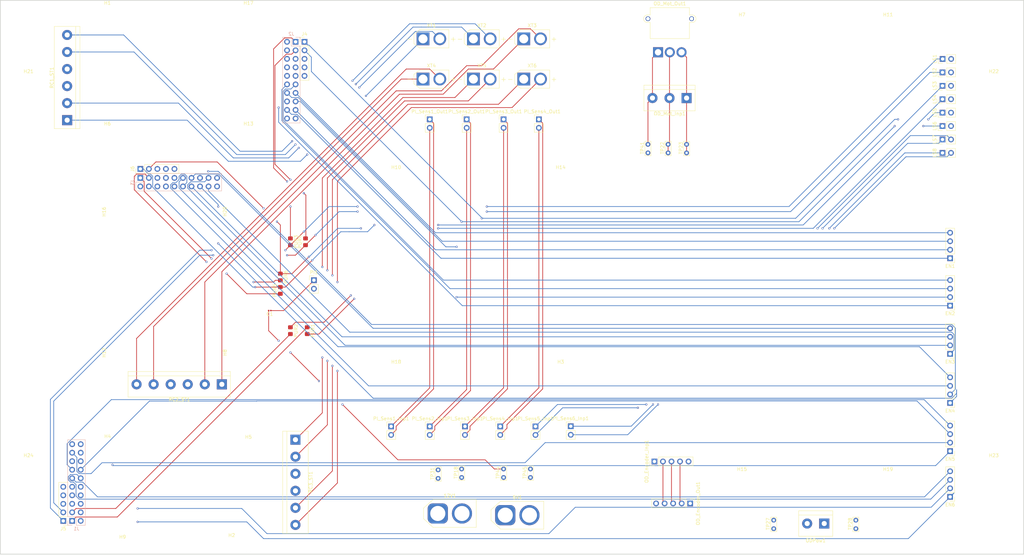
<source format=kicad_pcb>
(kicad_pcb (version 20240108) (generator "pcbnew") (generator_version "8.0")
  (layers (0 "F.Cu" signal) (1 "In1.Cu" signal) (2 "In2.Cu" signal) (3 "In3.Cu" signal) (4 "In4.Cu" signal) (31 "B.Cu" signal) (34 "B.Paste" user) (35 "F.Paste" user) (36 "B.SilkS" user "B.Silkscreen") (37 "F.SilkS" user "F.Silkscreen") (38 "B.Mask" user) (39 "F.Mask" user) (44 "Edge.Cuts" user))
  (net 0 "")
  (net 1 "GND")
  (net 2 "/LS4")
  (net 3 "/LS3")
  (net 4 "/LS7a")
  (net 5 "/LS7b")
  (net 6 "/B")
  (net 7 "/A")
  (net 8 "/C")
  (net 9 "/Sens4_2")
  (net 10 "/Sens4_1")
  (net 11 "/XT301+")
  (net 12 "/XT301-")
  (net 13 "/XT302+")
  (net 14 "/XT302-")
  (net 15 "/XT303+")
  (net 16 "/XT303-")
  (net 17 "/XT304+")
  (net 18 "/XT304-")
  (net 19 "/EN_B")
  (net 20 "/EN_A")
  (net 21 "+12V")
  (net 22 "+5V")
  (net 23 "/LS8a")
  (net 24 "/LS8b")
  (net 25 "/EN_C")
  (net 26 "/EN1+")
  (net 27 "/EN1-")
  (net 28 "/EN1b")
  (net 29 "/EN1a")
  (net 30 "/EN2-")
  (net 31 "/EN2a")
  (net 32 "/EN2b")
  (net 33 "/EN2+")
  (net 34 "/EN3+")
  (net 35 "/EN3b")
  (net 36 "/EN3-")
  (net 37 "/EN3a")
  (net 38 "/EN4+")
  (net 39 "/EN4a")
  (net 40 "/EN4-")
  (net 41 "/EN4b")
  (net 42 "/EN5b")
  (net 43 "/EN5-")
  (net 44 "/EN5a")
  (net 45 "/EN5+")
  (net 46 "/EN6a")
  (net 47 "/EN6-")
  (net 48 "/EN6b")
  (net 49 "/EN6+")
  (net 53 "Net-(J1-Pin_1)")
  (net 57 "Net-(J1-Pin_3)")
  (net 61 "Net-(J2-Pin_1)")
  (net 68 "Net-(J2-Pin_3)")
  (net 75 "Net-(J3-Pin_1)")
  (net 79 "Net-(J3-Pin_3)")
  (net 81 "/LS5")
  (net 84 "/LS6")
  (net 85 "/LS1")
  (net 86 "/LS2")
  (net 93 "/Sens1_1")
  (net 94 "/Sens1_2")
  (net 95 "/Sens2_1")
  (net 96 "/Sens2_2")
  (net 97 "/Sens3_2")
  (net 98 "/Sens3_1")
  (net 99 "/XT306+")
  (net 100 "/XT305+")
  (net 101 "/XT306-")
  (net 102 "/XT305-")
  (net 103 "Net-(PI1-Pin_1)")
  (footprint "Resistor_SMD:R_0805_2012Metric_Pad1.20x1.40mm_HandSolder" (layer "F.Cu") (at 240 168.5 90)
    (property "Reference" "PUR4")
    (property "Value" "R_US")
  )
  (footprint "MountingHole:MountingHole_3.2mm_M3" (layer "F.Cu") (at 184 201.5 90)
    (property "Reference" "H12")
    (property "Value" "MountingHole")
  )
  (footprint "MountingHole:MountingHole_3.2mm_M3" (layer "F.Cu") (at 413.5 105)
    (property "Reference" "H11")
    (property "Value" "MountingHole")
  )
  (footprint "Connector_PinHeader_2.54mm:PinHeader_1x05_P2.54mm_Vertical" (layer "F.Cu") (at 343.925 234 90)
    (property "Reference" "OD_Encoder_Inp1")
    (property "Value" "Conn_01x04")
  )
  (footprint "Connector_PinHeader_2.54mm:PinHeader_1x02_P2.54mm_Vertical" (layer "F.Cu") (at 429.725 130 90)
    (property "Reference" "LS5")
    (property "Value" "Conn_02x01")
  )
  (footprint "Connector_PinHeader_2.54mm:PinHeader_1x02_P2.54mm_Vertical" (layer "F.Cu") (at 429.725 134 90)
    (property "Reference" "LS6")
    (property "Value" "Conn_02x01")
  )
  (footprint "MountingHole:MountingHole_4.3mm_M4" (layer "F.Cu") (at 157.5 123)
    (property "Reference" "H21")
    (property "Value" "MountingHole")
  )
  (footprint "Connector_AMASS:AMASS_XT30U-M_1x02_P5.0mm_Vertical" (layer "F.Cu") (at 275 108)
    (property "Reference" "XT1")
    (property "Value" "Conn_01x02_Male")
  )
  (footprint "Resistor_SMD:R_0805_2012Metric_Pad1.20x1.40mm_HandSolder" (layer "F.Cu") (at 235.5 195 -90)
    (property "Reference" "PUR2")
    (property "Value" "R_US")
  )
  (footprint "Connector_PinHeader_2.54mm:PinHeader_1x02_P2.54mm_Vertical" (layer "F.Cu") (at 429.725 118 90)
    (property "Reference" "LS2")
    (property "Value" "Conn_02x01")
  )
  (footprint "MountingHole:MountingHole_3.2mm_M3" (layer "F.Cu") (at 370 105)
    (property "Reference" "H7")
    (property "Value" "MountingHole")
  )
  (footprint "Connector_AMASS:AMASS_XT30U-M_1x02_P5.0mm_Vertical" (layer "F.Cu") (at 305 120)
    (property "Reference" "XT6")
    (property "Value" "Conn_01x02_Male")
  )
  (footprint "Connector_PinHeader_2.54mm:PinHeader_1x02_P2.54mm_Vertical" (layer "F.Cu") (at 288 132)
    (property "Reference" "PI_Sens2_Out1")
    (property "Value" "Conn_01x02")
  )
  (footprint "MountingHole:MountingHole_3.2mm_M3" (layer "F.Cu") (at 223 222.5 180)
    (property "Reference" "H5")
    (property "Value" "MountingHole")
  )
  (footprint "Resistor_SMD:R_0805_2012Metric_Pad1.20x1.40mm_HandSolder" (layer "F.Cu") (at 240.5 195 -90)
    (property "Reference" "PUR1")
    (property "Value" "R_US")
  )
  (footprint "Connector_PinHeader_2.54mm:PinHeader_1x04_P2.54mm_Vertical" (layer "F.Cu") (at 432 187.54 180)
    (property "Reference" "EN2")
    (property "Value" "Conn_01x04")
  )
  (footprint "Connector_PinHeader_2.54mm:PinHeader_1x02_P2.54mm_Vertical" (layer "F.Cu") (at 319 223.5)
    (property "Reference" "PI_Sens6_Inp1")
    (property "Value" "Conn_01x02")
  )
  (footprint "TestPoint:TestPoint_Bridge_Pitch2.54mm_Drill0.7mm" (layer "F.Cu") (at 342 139.46 -90)
    (property "Reference" "TP41")
    (property "Value" "TestPoint_Probe")
  )
  (footprint "TestPoint:TestPoint_Bridge_Pitch2.54mm_Drill0.7mm" (layer "F.Cu") (at 353.5 139.46 -90)
    (property "Reference" "TP23")
    (property "Value" "TestPoint_Probe")
  )
  (footprint "Connector_PinHeader_2.54mm:PinHeader_1x04_P2.54mm_Vertical" (layer "F.Cu") (at 432 173.42 180)
    (property "Reference" "EN1")
    (property "Value" "Conn_01x04")
  )
  (footprint "MountingHole:MountingHole_3.2mm_M3" (layer "F.Cu") (at 267 150.5)
    (property "Reference" "H10")
    (property "Value" "MountingHole")
  )
  (footprint "Connector_AMASS:AMASS_XT30U-M_1x02_P5.0mm_Vertical" (layer "F.Cu") (at 290 120)
    (property "Reference" "XT5")
    (property "Value" "Conn_01x02_Male")
  )
  (footprint "TestPoint:TestPoint_Bridge_Pitch2.54mm_Drill0.7mm" (layer "F.Cu") (at 348 139.46 -90)
    (property "Reference" "TP22")
    (property "Value" "TestPoint_Probe")
  )
  (footprint "Connector_AMASS:AMASS_XT30U-M_1x02_P5.0mm_Vertical" (layer "F.Cu") (at 305 108)
    (property "Reference" "XT3")
    (property "Value" "Conn_01x02_Male")
  )
  (footprint "Connector_PinHeader_2.54mm:PinHeader_1x02_P2.54mm_Vertical" (layer "F.Cu") (at 287.5 223.54)
    (property "Reference" "PI_Sens3_Inp1")
    (property "Value" "Conn_01x02")
  )
  (footprint "MountingHole:MountingHole_3.2mm_M3" (layer "F.Cu") (at 223 101.5)
    (property "Reference" "H17")
    (property "Value" "MountingHole")
  )
  (footprint "Connector_PinHeader_2.54mm:PinHeader_1x02_P2.54mm_Vertical" (layer "F.Cu") (at 298 223.54)
    (property "Reference" "PI_Sens4_Inp1")
    (property "Value" "Conn_01x02")
  )
  (footprint "Resistor_SMD:R_0805_2012Metric_Pad1.20x1.40mm_HandSolder" (layer "F.Cu") (at 232.5 179 -90)
    (property "Reference" "PUR6")
    (property "Value" "R_US")
  )
  (footprint "Connector_PinHeader_2.54mm:PinHeader_1x02_P2.54mm_Vertical" (layer "F.Cu") (at 429.765 114 90)
    (property "Reference" "LS1")
    (property "Value" "Conn_02x01")
  )
  (footprint "Connector_PinHeader_2.54mm:PinHeader_1x02_P2.54mm_Vertical" (layer "F.Cu") (at 429.725 138 90)
    (property "Reference" "LS7")
    (property "Value" "Conn_02x01")
  )
  (footprint "Connector_PinHeader_2.54mm:PinHeader_1x02_P2.54mm_Vertical" (layer "F.Cu") (at 429.725 122 90)
    (property "Reference" "LS3")
    (property "Value" "Conn_02x01")
  )
  (footprint "TerminalBlock:TerminalBlock_bornier-6_P5.08mm" (layer "F.Cu") (at 169 132.24 90)
    (property "Reference" "RC1_ST1")
    (property "Value" "Screw_Terminal_01x06")
  )
  (footprint "TestPoint:TestPoint_Bridge_Pitch2.54mm_Drill0.7mm" (layer "F.Cu") (at 403.92 251.5 -90)
    (property "Reference" "TP28")
    (property "Value" "TestPoint_Probe")
  )
  (footprint "Connector_PinHeader_2.54mm:PinHeader_1x02_P2.54mm_Vertical" (layer "F.Cu") (at 265.5 223.54)
    (property "Reference" "PI_Sens1_Inp1")
    (property "Value" "Conn_01x02")
  )
  (footprint "Connector_PinHeader_2.54mm:PinHeader_1x05_P2.54mm_Vertical" (layer "F.Cu") (at 239.7 108.88)
    (property "Reference" "J4")
    (property "Value" "Conn_01x05")
  )
  (footprint "Resistor_SMD:R_0805_2012Metric_Pad1.20x1.40mm_HandSolder" (layer "F.Cu") (at 232.5 183 90)
    (property "Reference" "PUR5")
    (property "Value" "R_US")
  )
  (footprint "MountingHole:MountingHole_4.3mm_M4" (layer "F.Cu") (at 445 123)
    (property "Reference" "H22")
    (property "Value" "MountingHole")
  )
  (footprint "Connector_PinHeader_2.54mm:PinHeader_1x04_P2.54mm_Vertical" (layer "F.Cu") (at 432 216.54 180)
    (property "Reference" "EN4")
    (property "Value" "Conn_01x04")
  )
  (footprint "MountingHole:MountingHole_3.2mm_M3" (layer "F.Cu") (at 181 258.5 180)
    (property "Reference" "H9")
    (property "Value" "MountingHole")
  )
  (footprint "MountingHole:MountingHole_3.2mm_M3" (layer "F.Cu") (at 181 137.5)
    (property "Reference" "H6")
    (property "Value" "MountingHole")
  )
  (footprint "Connector_PinHeader_2.54mm:PinHeader_1x02_P2.54mm_Vertical" (layer "F.Cu") (at 242.5 179.96)
    (property "Reference" "PI1")
    (property "Value" "Conn_01x02")
  )
  (footprint "TestPoint:TestPoint_Bridge_Pitch2.54mm_Drill0.7mm" (layer "F.Cu") (at 286.5 236.23 -90)
    (property "Reference" "TP18")
    (property "Value" "TestPoint_Probe")
  )
  (footprint "Connector_PinHeader_2.54mm:PinHeader_1x05_P2.54mm_Vertical" (layer "F.Cu") (at 190.8 146.78 90)
    (property "Reference" "J6")
    (property "Value" "Conn_01x05")
  )
  (footprint "MountingHole:MountingHole_3.2mm_M3" (layer "F.Cu") (at 223 137.5)
    (property "Reference" "H13")
    (property "Value" "MountingHole")
  )
  (footprint "Connector_PinHeader_2.54mm:PinHeader_1x02_P2.54mm_Vertical" (layer "F.Cu") (at 277 223.54)
    (property "Reference" "PI_Sens2_Inp1")
    (property "Value" "Conn_01x02")
  )
  (footprint "TestPoint:TestPoint_Bridge_Pitch2.54mm_Drill0.7mm" (layer "F.Cu") (at 307 236.23 -90)
    (property "Reference" "TP45")
    (property "Value" "TestPoint_Probe")
  )
  (footprint "Capacitor_SMD:C_0201_0603Metric" (layer "F.Cu") (at 229.345 189 180)
    (property "Reference" "C1")
    (property "Value" "C")
  )
  (footprint "Connector_PinHeader_2.54mm:PinHeader_1x02_P2.54mm_Vertical" (layer "F.Cu") (at 308.5 223.54)
    (property "Reference" "PI_Sens5_Inp1")
    (property "Value" "Conn_01x02")
  )
  (footprint "TestPoint:TestPoint_Bridge_Pitch2.54mm_Drill0.7mm" (layer "F.Cu") (at 299 236.23 -90)
    (property "Reference" "TP44")
    (property "Value" "TestPoint_Probe")
  )
  (footprint "MountingHole:MountingHole_3.2mm_M3" (layer "F.Cu") (at 267 208.5)
    (property "Reference" "H18")
    (property "Value" "MountingHole")
  )
  (footprint "TerminalBlock:TerminalBlock_bornier-3_P5.08mm" (layer "F.Cu") (at 353.5 125.65 180)
    (property "Reference" "OD_Mot_Inp1")
    (property "Value" "Screw_Terminal_01x03")
  )
  (footprint "Connector_PinHeader_2.54mm:PinHeader_1x02_P2.54mm_Vertical" (layer "F.Cu") (at 277 132)
    (property "Reference" "PI_Sens1_Out1")
    (property "Value" "Conn_01x02")
  )
  (footprint "MountingHole:MountingHole_3.2mm_M3" (layer "F.Cu") (at 316 208.5)
    (property "Reference" "H3")
    (property "Value" "MountingHole")
  )
  (footprint "MountingHole:MountingHole_3.2mm_M3" (layer "F.Cu") (at 181 222.5 180)
    (property "Reference" "H4")
    (property "Value" "MountingHole")
  )
  (footprint "Connector_AMASS:AMASS_XT60-M_1x02_P7.20mm_Vertical" (layer "F.Cu") (at 279.4 249.5)
    (property "Reference" "12V1")
    (property "Value" "Conn_01x02_Male")
  )
  (footprint "TestPoint:TestPoint_Bridge_Pitch2.54mm_Drill0.7mm" (layer "F.Cu") (at 379.46 251.5 -90)
    (property "Reference" "TP27")
    (property "Value" "TestPoint_Probe")
  )
  (footprint "TerminalBlock:TerminalBlock_bornier-6_P5.08mm" (layer "F.Cu") (at 237 227.5 -90)
    (property "Reference" "RC3_ST1")
    (property "Value" "Screw_Terminal_01x06")
  )
  (footprint "Connector_PinHeader_2.54mm:PinHeader_1x04_P2.54mm_Vertical" (layer "F.Cu") (at 432 244.54 180)
    (property "Reference" "EN6")
    (property "Value" "Conn_01x04")
  )
  (footprint "MountingHole:MountingHole_4.3mm_M4" (layer "F.Cu") (at 157.5 237.5)
    (property "Reference" "H24")
    (property "Value" "MountingHole")
  )
  (footprint "TestPoint:TestPoint_Bridge_Pitch2.54mm_Drill0.7mm" (layer "F.Cu") (at 279.5 236.5 -90)
    (property "Reference" "TP31")
    (property "Value" "TestPoint_Probe")
  )
  (footprint "Connector_PinHeader_2.54mm:PinHeader_1x04_P2.54mm_Vertical" (layer "F.Cu") (at 432 230.92 180)
    (property "Reference" "EN5")
    (property "Value" "Conn_01x04")
  )
  (footprint "Connector_PinHeader_2.54mm:PinHeader_1x02_P2.54mm_Vertical" (layer "F.Cu") (at 299 132)
    (property "Reference" "PI_Sens3_Out1")
    (property "Value" "Conn_01x02")
  )
  (footprint "MountingHole:MountingHole_3.2mm_M3" (layer "F.Cu") (at 220 201.5 90)
    (property "Reference" "H8")
    (property "Value" "MountingHole")
  )
  (footprint "MountingHole:MountingHole_3.2mm_M3" (layer "F.Cu") (at 370 240.5)
    (property "Reference" "H15")
    (property "Value" "MountingHole")
  )
  (footprint "MountingHole:MountingHole_3.2mm_M3" (layer "F.Cu") (at 413.5 240.5)
    (property "Reference" "H19")
    (property "Value" "MountingHole")
  )
  (footprint "MountingHole:MountingHole_3.2mm_M3" (layer "F.Cu") (at 184 159.5 90)
    (property "Reference" "H16")
    (property "Value" "MountingHole")
  )
  (footprint "Connector_PinHeader_2.54mm:PinHeader_1x02_P2.54mm_Vertical" (layer "F.Cu") (at 309.5 132)
    (property "Reference" "PI_Sens4_Out1")
    (property "Value" "Conn_01x02")
  )
  (footprint "Connector_AMASS:AMASS_XT30U-M_1x02_P5.0mm_Vertical" (layer "F.Cu") (at 290 108)
    (property "Reference" "XT2")
    (property "Value" "Conn_01x02_Male")
  )
  (footprint "MountingHole:MountingHole_3.2mm_M3" (layer "F.Cu") (at 220 159.5 90)
    (property "Reference" "H20")
    (property "Value" "MountingHole")
  )
  (footprint "Connector_AMASS:AMASS_XT30U-M_1x02_P5.0mm_Vertical" (layer "F.Cu") (at 275 120)
    (property "Reference" "XT4")
    (property "Value" "Conn_01x02_Male")
  )
  (footprint "Connector_PinHeader_2.54mm:PinHeader_1x02_P2.54mm_Vertical" (layer "F.Cu") (at 429.725 142 90)
    (property "Reference" "LS8")
    (property "Value" "Conn_02x01")
  )
  (footprint "Connector_AMASS:AMASS_XT60-M_1x02_P7.20mm_Vertical" (layer "F.Cu") (at 299.5 250)
    (property "Reference" "5V1")
    (property "Value" "Conn_01x02_Male")
  )
  (footprint "MountingHole:MountingHole_3.2mm_M3" (layer "F.Cu") (at 223 258.5 180)
    (property "Reference" "H2")
    (property "Value" "MountingHole")
  )
  (footprint "TerminalBlock:TerminalBlock_bornier-6_P5.08mm" (layer "F.Cu") (at 215.08 211 180)
    (property "Reference" "RC2_ST1")
    (property "Value" "Screw_Terminal_01x06")
  )
  (footprint "MountingHole:MountingHole_3.2mm_M3" (layer "F.Cu") (at 316 150.5)
    (property "Reference" "H14")
    (property "Value" "MountingHole")
  )
  (footprint "MountingHole:MountingHole_4.3mm_M4" (layer "F.Cu") (at 445 237.5)
    (property "Reference" "H23")
    (property "Value" "MountingHole")
  )
  (footprint "MountingHole:MountingHole_3.2mm_M3" (layer "F.Cu") (at 181 101.5)
    (property "Reference" "H1")
    (property "Value" "MountingHole")
  )
  (footprint "Connector_PinHeader_2.54mm:PinHeader_1x05_P2.54mm_Vertical" (layer "F.Cu") (at 167.85 251.71 180)
    (property "Reference" "J5")
    (property "Value" "Conn_01x05")
  )
  (footprint "Connector_PinHeader_2.54mm:PinHeader_1x04_P2.54mm_Vertical" (layer "F.Cu") (at 432 201.92 180)
    (property "Reference" "EN3")
    (property "Value" "Conn_01x04")
  )
  (footprint "Connector_PinHeader_2.54mm:PinHeader_1x05_P2.54mm_Vertical" (layer "F.Cu") (at 354.58 246.5 -90)
    (property "Reference" "OD_Encoder_Out1")
    (property "Value" "Conn_01x04")
  )
  (footprint "Connector_PinHeader_2.54mm:PinHeader_1x02_P2.54mm_Vertical" (layer "F.Cu") (at 429.725 126 90)
    (property "Reference" "LS4")
    (property "Value" "Conn_02x01")
  )
  (footprint "TerminalBlock:TerminalBlock_bornier-2_P5.08mm" (layer "F.Cu") (at 394.5 252.5 180)
    (property "Reference" "ODPow1")
    (property "Value" "Screw_Terminal_01x02")
  )
  (footprint "Connector_AMASS:AMASS_MR30PW-M_1x03_P3.50mm_Horizontal" (layer "F.Cu") (at 345 112)
    (property "Reference" "OD_Mot_Out1")
    (property "Value" "Conn_01x03")
  )
  (footprint "Resistor_SMD:R_0805_2012Metric_Pad1.20x1.40mm_HandSolder" (layer "F.Cu") (at 235.5 168.5 -90)
    (property "Reference" "PUR3")
    (property "Value" "R_US")
  )
  (footprint "Connector_PinHeader_2.54mm:PinHeader_2x10_P2.54mm_Vertical" (layer "B.Cu") (at 190.8 149.46 -90)
    (property "Reference" "J3")
    (property "Value" "Conn_02x10_Top_Bottom")
  )
  (footprint "Connector_PinHeader_2.54mm:PinHeader_2x10_P2.54mm_Vertical" (layer "B.Cu") (at 237.04 108.88 180)
    (property "Reference" "J2")
    (property "Value" "Conn_02x10_Top_Bottom")
  )
  (footprint "Connector_PinHeader_2.54mm:PinHeader_2x10_P2.54mm_Vertical" (layer "B.Cu") (at 170.5 251.7)
    (property "Reference" "J1")
    (property "Value" "Conn_02x10_Top_Bottom")
  )
  (gr_rect (start 149.11 96.52) (end 453.91 261.62) (stroke (width 0.2)) (fill none) (layer "Edge.Cuts"))
  (segment (start 227.5 158.5) (end 213.7 144.7) (width 0.2) (layer "F.Cu") (net 2))
  (segment (start 241 173) (end 236 178) (width 0.2) (layer "F.Cu") (net 2))
  (segment (start 232.5 163.5) (end 232.5 178) (width 0.2) (layer "F.Cu") (net 2))
  (segment (start 195.42 144.7) (end 193.34 146.78) (width 0.2) (layer "F.Cu") (net 2))
  (segment (start 236 178) (end 232.5 178) (width 0.2) (layer "F.Cu") (net 2))
  (segment (start 231.5 162.5) (end 232.5 163.5) (width 0.2) (layer "F.Cu") (net 2))
  (segment (start 213.7 144.7) (end 195.42 144.7) (width 0.2) (layer "F.Cu") (net 2))
  (via (at 256.5 164.5) (size 0.6) (drill 0.3) (layers "F.Cu" "B.Cu") (net 2))
  (via (at 231.5 162.5) (size 0.6) (drill 0.3) (layers "F.Cu" "B.Cu") (net 2))
  (via (at 241 173) (size 0.6) (drill 0.3) (layers "F.Cu" "B.Cu") (net 2))
  (via (at 279.5 164.5) (size 0.6) (drill 0.3) (layers "F.Cu" "B.Cu") (net 2))
  (via (at 227.5 158.5) (size 0.6) (drill 0.3) (layers "F.Cu" "B.Cu") (net 2))
  (segment (start 241.065686 173) (end 241 173) (width 0.2) (layer "B.Cu") (net 2))
  (segment (start 429.725 126) (end 391.225 164.5) (width 0.2) (layer "B.Cu") (net 2))
  (segment (start 241 173.065686) (end 241.065686 173) (width 0.2) (layer "B.Cu") (net 2))
  (segment (start 256.5 164.5) (end 249.565686 164.5) (width 0.2) (layer "B.Cu") (net 2))
  (segment (start 241 173) (end 241 173.065686) (width 0.2) (layer "B.Cu") (net 2))
  (segment (start 391.225 164.5) (end 279.5 164.5) (width 0.2) (layer "B.Cu") (net 2))
  (segment (start 249.565686 164.5) (end 241.065686 173) (width 0.2) (layer "B.Cu") (net 2))
  (segment (start 242 174) (end 234 182) (width 0.2) (layer "F.Cu") (net 3))
  (segment (start 225 182) (end 232.5 182) (width 0.2) (layer "F.Cu") (net 3))
  (segment (start 234 182) (end 232.5 182) (width 0.2) (layer "F.Cu") (net 3))
  (via (at 260.5 163.5) (size 0.6) (drill 0.3) (layers "F.Cu" "B.Cu") (net 3))
  (via (at 279.5 163.5) (size 0.6) (drill 0.3) (layers "F.Cu" "B.Cu") (net 3))
  (via (at 225 182) (size 0.6) (drill 0.3) (layers "F.Cu" "B.Cu") (net 3))
  (via (at 242 174) (size 0.6) (drill 0.3) (layers "F.Cu" "B.Cu") (net 3))
  (segment (start 191.71 146.78) (end 190.8 146.78) (width 0.2) (layer "B.Cu") (net 3))
  (segment (start 225 182) (end 224.253654 182) (width 0.2) (layer "B.Cu") (net 3))
  (segment (start 258.5 165.5) (end 253 165.5) (width 0.2) (layer "B.Cu") (net 3))
  (segment (start 224.253654 182) (end 194.49 152.236346) (width 0.2) (layer "B.Cu") (net 3))
  (segment (start 194.49 148.983654) (end 193.816346 148.31) (width 0.2) (layer "B.Cu") (net 3))
  (segment (start 193.24 148.31) (end 191.71 146.78) (width 0.2) (layer "B.Cu") (net 3))
  (segment (start 253 165.5) (end 250.5 165.5) (width 0.2) (layer "B.Cu") (net 3))
  (segment (start 388.225 163.5) (end 279.5 163.5) (width 0.2) (layer "B.Cu") (net 3))
  (segment (start 194.49 152.236346) (end 194.49 148.983654) (width 0.2) (layer "B.Cu") (net 3))
  (segment (start 193.816346 148.31) (end 193.24 148.31) (width 0.2) (layer "B.Cu") (net 3))
  (segment (start 250.5 165.5) (end 242 174) (width 0.2) (layer "B.Cu") (net 3))
  (segment (start 429.725 122) (end 388.225 163.5) (width 0.2) (layer "B.Cu") (net 3))
  (segment (start 260.5 163.5) (end 258.5 165.5) (width 0.2) (layer "B.Cu") (net 3))
  (via (at 394 164.5) (size 0.6) (drill 0.3) (layers "F.Cu" "B.Cu") (net 4))
  (via (at 341.5 217) (size 0.6) (drill 0.3) (layers "F.Cu" "B.Cu") (net 4))
  (segment (start 419.35 139.15) (end 394 164.5) (width 0.2) (layer "B.Cu") (net 4))
  (segment (start 341.5 217) (end 315.04 217) (width 0.2) (layer "B.Cu") (net 4))
  (segment (start 429.725 138) (end 428.575 139.15) (width 0.2) (layer "B.Cu") (net 4))
  (segment (start 315.04 217) (end 308.5 223.54) (width 0.2) (layer "B.Cu") (net 4))
  (segment (start 428.575 139.15) (end 419.35 139.15) (width 0.2) (layer "B.Cu") (net 4))
  (segment (start 432.265 138) (end 432.5 138) (width 0.2) (layer "F.Cu") (net 5))
  (via (at 339 218) (size 0.6) (drill 0.3) (layers "F.Cu" "B.Cu") (net 5))
  (via (at 392.5 164.5) (size 0.6) (drill 0.3) (layers "F.Cu" "B.Cu") (net 5))
  (segment (start 431.115 136.85) (end 420.15 136.85) (width 0.2) (layer "B.Cu") (net 5))
  (segment (start 339 218) (end 316.58 218) (width 0.2) (layer "B.Cu") (net 5))
  (segment (start 316.58 218) (end 308.5 226.08) (width 0.2) (layer "B.Cu") (net 5))
  (segment (start 432.265 138) (end 431.115 136.85) (width 0.2) (layer "B.Cu") (net 5))
  (segment (start 420.15 136.85) (end 392.5 164.5) (width 0.2) (layer "B.Cu") (net 5))
  (segment (start 348 139.46) (end 348 142) (width 0.2) (layer "F.Cu") (net 6))
  (segment (start 348.42 112.58) (end 348.42 125.65) (width 0.2) (layer "F.Cu") (net 6))
  (segment (start 348.42 139.04) (end 348 139.46) (width 0.2) (layer "F.Cu") (net 6))
  (segment (start 348.5 112) (end 348.5 112.5) (width 0.2) (layer "F.Cu") (net 6))
  (segment (start 348.42 125.65) (end 348.42 139.04) (width 0.2) (layer "F.Cu") (net 6))
  (segment (start 348.5 112.5) (end 348.42 112.58) (width 0.2) (layer "F.Cu") (net 6))
  (segment (start 343.34 125.65) (end 343.34 113.66) (width 0.2) (layer "F.Cu") (net 7))
  (segment (start 343.34 113.66) (end 345 112) (width 0.2) (layer "F.Cu") (net 7))
  (segment (start 342 126.99) (end 343.34 125.65) (width 0.2) (layer "F.Cu") (net 7))
  (segment (start 342 139.46) (end 342 126.99) (width 0.2) (layer "F.Cu") (net 7))
  (segment (start 353.5 125.65) (end 353.5 113.5) (width 0.2) (layer "F.Cu") (net 8))
  (segment (start 353.5 113.5) (end 352 112) (width 0.2) (layer "F.Cu") (net 8))
  (segment (start 353.5 139.46) (end 353.5 142) (width 0.2) (layer "F.Cu") (net 8))
  (segment (start 353.5 125.65) (end 353.5 139.46) (width 0.2) (layer "F.Cu") (net 8))
  (segment (start 309.5 134.54) (end 309.5 212.04) (width 0.2) (layer "F.Cu") (net 9))
  (segment (start 309.5 212.04) (end 298 223.54) (width 0.2) (layer "F.Cu") (net 9))
  (segment (start 300 224.08) (end 298 226.08) (width 0.2) (layer "F.Cu") (net 10))
  (segment (start 310.65 212.35) (end 300 223) (width 0.2) (layer "F.Cu") (net 10))
  (segment (start 300 223) (end 300 224.08) (width 0.2) (layer "F.Cu") (net 10))
  (segment (start 310.65 133.15) (end 310.65 212.35) (width 0.2) (layer "F.Cu") (net 10))
  (segment (start 309.5 132) (end 310.65 133.15) (width 0.2) (layer "F.Cu") (net 10))
  (via (at 258 125) (size 0.6) (drill 0.3) (layers "F.Cu" "B.Cu") (net 11))
  (via (at 240.5 142.5) (size 0.6) (drill 0.3) (layers "F.Cu" "B.Cu") (net 11))
  (segment (start 238.5 144.5) (end 217 144.5) (width 0.2) (layer "B.Cu") (net 11))
  (segment (start 204.74 132.24) (end 169 132.24) (width 0.2) (layer "B.Cu") (net 11))
  (segment (start 217 144.5) (end 204.74 132.24) (width 0.2) (layer "B.Cu") (net 11))
  (segment (start 275 108) (end 258 125) (width 0.2) (layer "B.Cu") (net 11))
  (segment (start 240.5 142.5) (end 238.5 144.5) (width 0.2) (layer "B.Cu") (net 11))
  (via (at 256 122.5) (size 0.6) (drill 0.3) (layers "F.Cu" "B.Cu") (net 12))
  (via (at 238 140.5) (size 0.6) (drill 0.3) (layers "F.Cu" "B.Cu") (net 12))
  (segment (start 235 143.5) (end 218.5 143.5) (width 0.2) (layer "B.Cu") (net 12))
  (segment (start 280 108) (end 277.8 105.8) (width 0.2) (layer "B.Cu") (net 12))
  (segment (start 202.16 127.16) (end 169 127.16) (width 0.2) (layer "B.Cu") (net 12))
  (segment (start 272.7 105.8) (end 256 122.5) (width 0.2) (layer "B.Cu") (net 12))
  (segment (start 218.5 143.5) (end 202.16 127.16) (width 0.2) (layer "B.Cu") (net 12))
  (segment (start 277.8 105.8) (end 272.7 105.8) (width 0.2) (layer "B.Cu") (net 12))
  (segment (start 238 140.5) (end 235 143.5) (width 0.2) (layer "B.Cu") (net 12))
  (via (at 237 139.5) (size 0.6) (drill 0.3) (layers "F.Cu" "B.Cu") (net 13))
  (via (at 255 121.5) (size 0.6) (drill 0.3) (layers "F.Cu" "B.Cu") (net 13))
  (segment (start 274.5 104.5) (end 272 104.5) (width 0.2) (layer "B.Cu") (net 13))
  (segment (start 272 104.5) (end 255 121.5) (width 0.2) (layer "B.Cu") (net 13))
  (segment (start 286.5 104.5) (end 274.5 104.5) (width 0.2) (layer "B.Cu") (net 13))
  (segment (start 237 139.5) (end 234 142.5) (width 0.2) (layer "B.Cu") (net 13))
  (segment (start 290 108) (end 286.5 104.5) (width 0.2) (layer "B.Cu") (net 13))
  (segment (start 188.92 111.92) (end 169 111.92) (width 0.2) (layer "B.Cu") (net 13))
  (segment (start 219.5 142.5) (end 188.92 111.92) (width 0.2) (layer "B.Cu") (net 13))
  (segment (start 234 142.5) (end 219.5 142.5) (width 0.2) (layer "B.Cu") (net 13))
  (via (at 254 120.5) (size 0.6) (drill 0.3) (layers "F.Cu" "B.Cu") (net 14))
  (via (at 236 138.5) (size 0.6) (drill 0.3) (layers "F.Cu" "B.Cu") (net 14))
  (segment (start 271 103.5) (end 254 120.5) (width 0.2) (layer "B.Cu") (net 14))
  (segment (start 273 103.5) (end 271 103.5) (width 0.2) (layer "B.Cu") (net 14))
  (segment (start 295 108) (end 290.5 103.5) (width 0.2) (layer "B.Cu") (net 14))
  (segment (start 236 138.5) (end 233 141.5) (width 0.2) (layer "B.Cu") (net 14))
  (segment (start 220.5 141.5) (end 185.84 106.84) (width 0.2) (layer "B.Cu") (net 14))
  (segment (start 233 141.5) (end 220.5 141.5) (width 0.2) (layer "B.Cu") (net 14))
  (segment (start 290.5 103.5) (end 273 103.5) (width 0.2) (layer "B.Cu") (net 14))
  (segment (start 185.84 106.84) (end 169 106.84) (width 0.2) (layer "B.Cu") (net 14))
  (segment (start 268 124.5) (end 281 124.5) (width 0.2) (layer "F.Cu") (net 15))
  (segment (start 215.08 211) (end 215.08 177.42) (width 0.2) (layer "F.Cu") (net 15))
  (segment (start 296 117) (end 305 108) (width 0.2) (layer "F.Cu") (net 15))
  (segment (start 288.5 117) (end 296 117) (width 0.2) (layer "F.Cu") (net 15))
  (segment (start 215.08 177.42) (end 268 124.5) (width 0.2) (layer "F.Cu") (net 15))
  (segment (start 281 124.5) (end 288.5 117) (width 0.2) (layer "F.Cu") (net 15))
  (segment (start 210 211) (end 210 180.5) (width 0.2) (layer "F.Cu") (net 16))
  (segment (start 267 123.5) (end 280.5 123.5) (width 0.2) (layer "F.Cu") (net 16))
  (segment (start 303.5 105) (end 307 105) (width 0.2) (layer "F.Cu") (net 16))
  (segment (start 307 105) (end 310 108) (width 0.2) (layer "F.Cu") (net 16))
  (segment (start 288 116) (end 292.5 116) (width 0.2) (layer "F.Cu") (net 16))
  (segment (start 210 180.5) (end 267 123.5) (width 0.2) (layer "F.Cu") (net 16))
  (segment (start 280.5 123.5) (end 288 116) (width 0.2) (layer "F.Cu") (net 16))
  (segment (start 292.5 116) (end 303.5 105) (width 0.2) (layer "F.Cu") (net 16))
  (segment (start 194.76 193.74) (end 268.5 120) (width 0.2) (layer "F.Cu") (net 17))
  (segment (start 268.5 120) (end 275 120) (width 0.2) (layer "F.Cu") (net 17))
  (segment (start 194.76 211) (end 194.76 193.74) (width 0.2) (layer "F.Cu") (net 17))
  (segment (start 270 117) (end 277 117) (width 0.2) (layer "F.Cu") (net 18))
  (segment (start 189.68 197.32) (end 270 117) (width 0.2) (layer "F.Cu") (net 18))
  (segment (start 189.68 211) (end 189.68 197.32) (width 0.2) (layer "F.Cu") (net 18))
  (segment (start 277 117) (end 280 120) (width 0.2) (layer "F.Cu") (net 18))
  (segment (start 349.005 234) (end 349.005 246.005) (width 0.2) (layer "F.Cu") (net 19))
  (segment (start 349.005 246.005) (end 349.5 246.5) (width 0.2) (layer "F.Cu") (net 19))
  (segment (start 351.545 246.005) (end 352.04 246.5) (width 0.2) (layer "F.Cu") (net 20))
  (segment (start 351.545 234) (end 351.545 246.005) (width 0.2) (layer "F.Cu") (net 20))
  (segment (start 293.5 233.5) (end 296.23 236.23) (width 0.2) (layer "F.Cu") (net 22))
  (segment (start 229.025 189) (end 229.025 195.025) (width 0.2) (layer "F.Cu") (net 22))
  (segment (start 235.5 201.5) (end 244 210) (width 0.2) (layer "F.Cu") (net 22))
  (segment (start 251 217) (end 267.5 233.5) (width 0.2) (layer "F.Cu") (net 22))
  (segment (start 229.025 195.025) (end 232 198) (width 0.2) (layer "F.Cu") (net 22))
  (segment (start 267.5 233.5) (end 293.5 233.5) (width 0.2) (layer "F.Cu") (net 22))
  (segment (start 296.23 236.23) (end 299 236.23) (width 0.2) (layer "F.Cu") (net 22))
  (via (at 235.5 201.5) (size 0.6) (drill 0.3) (layers "F.Cu" "B.Cu") (net 22))
  (via (at 251 217) (size 0.6) (drill 0.3) (layers "F.Cu" "B.Cu") (net 22))
  (via (at 244 210) (size 0.6) (drill 0.3) (layers "F.Cu" "B.Cu") (net 22))
  (via (at 232 198) (size 0.6) (drill 0.3) (layers "F.Cu" "B.Cu") (net 22))
  (via (at 396 164.5) (size 0.6) (drill 0.3) (layers "F.Cu" "B.Cu") (net 23))
  (via (at 343.5 217) (size 0.6) (drill 0.3) (layers "F.Cu" "B.Cu") (net 23))
  (segment (start 343.5 217) (end 337 223.5) (width 0.2) (layer "B.Cu") (net 23))
  (segment (start 337 223.5) (end 319 223.5) (width 0.2) (layer "B.Cu") (net 23))
  (segment (start 418.5 142) (end 396 164.5) (width 0.2) (layer "B.Cu") (net 23))
  (segment (start 429.725 142) (end 418.5 142) (width 0.2) (layer "B.Cu") (net 23))
  (via (at 397.5 164.5) (size 0.6) (drill 0.3) (layers "F.Cu" "B.Cu") (net 24))
  (via (at 345 217) (size 0.6) (drill 0.3) (layers "F.Cu" "B.Cu") (net 24))
  (segment (start 418.5 143.5) (end 397.5 164.5) (width 0.2) (layer "B.Cu") (net 24))
  (segment (start 418.85 143.15) (end 418.5 143.5) (width 0.2) (layer "B.Cu") (net 24))
  (segment (start 335.96 226.04) (end 319 226.04) (width 0.2) (layer "B.Cu") (net 24))
  (segment (start 431.115 143.15) (end 418.85 143.15) (width 0.2) (layer "B.Cu") (net 24))
  (segment (start 432.265 142) (end 431.115 143.15) (width 0.2) (layer "B.Cu") (net 24))
  (segment (start 345 217) (end 335.96 226.04) (width 0.2) (layer "B.Cu") (net 24))
  (segment (start 346.465 234) (end 346.465 246.005) (width 0.2) (layer "F.Cu") (net 25))
  (segment (start 346.465 246.005) (end 346.96 246.5) (width 0.2) (layer "F.Cu") (net 25))
  (segment (start 432 170.88) (end 278.72 170.88) (width 0.2) (layer "B.Cu") (net 26))
  (segment (start 278.72 170.88) (end 237.04 129.2) (width 0.2) (layer "B.Cu") (net 26))
  (segment (start 235.8 130.5) (end 234.5 129.2) (width 0.2) (layer "B.Cu") (net 27))
  (segment (start 237.426346 130.5) (end 235.8 130.5) (width 0.2) (layer "B.Cu") (net 27))
  (segment (start 432 173.42) (end 280.346346 173.42) (width 0.2) (layer "B.Cu") (net 27))
  (segment (start 280.346346 173.42) (end 237.426346 130.5) (width 0.2) (layer "B.Cu") (net 27))
  (segment (start 237.854314 125.5) (end 235.88 125.5) (width 0.2) (layer "B.Cu") (net 28))
  (segment (start 280.694314 168.34) (end 237.854314 125.5) (width 0.2) (layer "B.Cu") (net 28))
  (segment (start 432 168.34) (end 280.694314 168.34) (width 0.2) (layer "B.Cu") (net 28))
  (segment (start 235.88 125.5) (end 234.5 124.12) (width 0.2) (layer "B.Cu") (net 28))
  (segment (start 432 165.8) (end 278.72 165.8) (width 0.2) (layer "B.Cu") (net 29))
  (segment (start 278.72 165.8) (end 237.04 124.12) (width 0.2) (layer "B.Cu") (net 29))
  (via (at 232 128.5) (size 0.6) (drill 0.3) (layers "F.Cu" "B.Cu") (net 30))
  (segment (start 432 187.54) (end 286.691471 187.54) (width 0.2) (layer "B.Cu") (net 30))
  (segment (start 286.691471 187.54) (end 232.55 133.398529) (width 0.2) (layer "B.Cu") (net 30))
  (segment (start 232 132.848529) (end 232 128.5) (width 0.2) (layer "B.Cu") (net 30))
  (segment (start 232.55 133.398529) (end 232 132.848529) (width 0.2) (layer "B.Cu") (net 30))
  (segment (start 234.023654 122.97) (end 235.65 122.97) (width 0.2) (layer "B.Cu") (net 31))
  (segment (start 233.35 132.216346) (end 233.35 123.643654) (width 0.2) (layer "B.Cu") (net 31))
  (segment (start 281.053654 179.92) (end 233.35 132.216346) (width 0.2) (layer "B.Cu") (net 31))
  (segment (start 432 179.92) (end 281.053654 179.92) (width 0.2) (layer "B.Cu") (net 31))
  (segment (start 235.65 122.97) (end 237.04 121.58) (width 0.2) (layer "B.Cu") (net 31))
  (segment (start 233.35 123.643654) (end 234.023654 122.97) (width 0.2) (layer "B.Cu") (net 31))
  (segment (start 232.95 123.13) (end 234.5 121.58) (width 0.2) (layer "B.Cu") (net 32))
  (segment (start 283.027968 182.46) (end 232.95 132.382032) (width 0.2) (layer "B.Cu") (net 32))
  (segment (start 232.95 132.382032) (end 232.95 123.13) (width 0.2) (layer "B.Cu") (net 32))
  (segment (start 432 182.46) (end 283.027968 182.46) (width 0.2) (layer "B.Cu") (net 32))
  (via (at 285 170) (size 0.6) (drill 0.3) (layers "F.Cu" "B.Cu") (net 33))
  (via (at 285 185) (size 0.6) (drill 0.3) (layers "F.Cu" "B.Cu") (net 33))
  (segment (start 237.04 126.66) (end 238.448628 126.66) (width 0.2) (layer "B.Cu") (net 33))
  (segment (start 432 185) (end 285 185) (width 0.2) (layer "B.Cu") (net 33))
  (segment (start 281.788628 170) (end 285 170) (width 0.2) (layer "B.Cu") (net 33))
  (segment (start 238.448628 126.66) (end 281.788628 170) (width 0.2) (layer "B.Cu") (net 33))
  (segment (start 251.793654 199.38) (end 204.89 152.476346) (width 0.2) (layer "B.Cu") (net 34))
  (segment (start 205.803654 150.61) (end 209.97 150.61) (width 0.2) (layer "B.Cu") (net 34))
  (segment (start 204.89 151.523654) (end 205.803654 150.61) (width 0.2) (layer "B.Cu") (net 34))
  (segment (start 204.89 152.476346) (end 204.89 151.523654) (width 0.2) (layer "B.Cu") (net 34))
  (segment (start 209.97 150.61) (end 211.12 149.46) (width 0.2) (layer "B.Cu") (net 34))
  (segment (start 432 199.38) (end 251.793654 199.38) (width 0.2) (layer "B.Cu") (net 34))
  (segment (start 250.88 196.84) (end 206.04 152) (width 0.2) (layer "B.Cu") (net 35))
  (segment (start 432 196.84) (end 250.88 196.84) (width 0.2) (layer "B.Cu") (net 35))
  (segment (start 433.15 196.123654) (end 432.476346 195.45) (width 0.2) (layer "B.Cu") (net 36))
  (segment (start 253.18 195.45) (end 211.12 153.39) (width 0.2) (layer "B.Cu") (net 36))
  (segment (start 211.12 153.39) (end 211.12 152) (width 0.2) (layer "B.Cu") (net 36))
  (segment (start 432 201.92) (end 433.15 200.77) (width 0.2) (layer "B.Cu") (net 36))
  (segment (start 433.15 200.77) (end 433.15 196.123654) (width 0.2) (layer "B.Cu") (net 36))
  (segment (start 432.476346 195.45) (end 253.18 195.45) (width 0.2) (layer "B.Cu") (net 36))
  (segment (start 214.136346 148.31) (end 207.19 148.31) (width 0.2) (layer "B.Cu") (net 37))
  (segment (start 432 194.3) (end 260.126346 194.3) (width 0.2) (layer "B.Cu") (net 37))
  (segment (start 260.126346 194.3) (end 214.136346 148.31) (width 0.2) (layer "B.Cu") (net 37))
  (segment (start 207.19 148.31) (end 206.04 149.46) (width 0.2) (layer "B.Cu") (net 37))
  (via (at 211 147.5) (size 0.6) (drill 0.3) (layers "F.Cu" "B.Cu") (net 38))
  (segment (start 432.476346 193.15) (end 259.65 193.15) (width 0.2) (layer "B.Cu") (net 38))
  (segment (start 259.65 193.15) (end 214.41 147.91) (width 0.2) (layer "B.Cu") (net 38))
  (segment (start 433.55 194.223654) (end 432.476346 193.15) (width 0.2) (layer "B.Cu") (net 38))
  (segment (start 214.41 147.91) (end 214 147.5) (width 0.2) (layer "B.Cu") (net 38))
  (segment (start 433.55 212.45) (end 433.55 194.223654) (width 0.2) (layer "B.Cu") (net 38))
  (segment (start 432 214) (end 433.55 212.45) (width 0.2) (layer "B.Cu") (net 38))
  (segment (start 214 147.5) (end 211 147.5) (width 0.2) (layer "B.Cu") (net 38))
  (segment (start 422.86 199.78) (end 249.653654 199.78) (width 0.2) (layer "B.Cu") (net 39))
  (segment (start 202.35 150.61) (end 203.5 149.46) (width 0.2) (layer "B.Cu") (net 39))
  (segment (start 432 208.92) (end 422.86 199.78) (width 0.2) (layer "B.Cu") (net 39))
  (segment (start 202.35 152.476346) (end 202.35 150.61) (width 0.2) (layer "B.Cu") (net 39))
  (segment (start 249.653654 199.78) (end 202.35 152.476346) (width 0.2) (layer "B.Cu") (net 39))
  (via (at 214 158) (size 0.6) (drill 0.3) (layers "F.Cu" "B.Cu") (net 40))
  (via (at 214 169) (size 0.6) (drill 0.3) (layers "F.Cu" "B.Cu") (net 40))
  (segment (start 208.58 152) (end 214 157.42) (width 0.2) (layer "B.Cu") (net 40))
  (segment (start 260.15 215.15) (end 214 169) (width 0.2) (layer "B.Cu") (net 40))
  (segment (start 432 216.54) (end 433.95 214.59) (width 0.2) (layer "B.Cu") (net 40))
  (segment (start 214 157.42) (end 214 158) (width 0.2) (layer "B.Cu") (net 40))
  (segment (start 433.95 212.615685) (end 433.95 213.676346) (width 0.2) (layer "B.Cu") (net 40))
  (segment (start 433.95 214.59) (end 433.95 212.615685) (width 0.2) (layer "B.Cu") (net 40))
  (segment (start 432.476346 215.15) (end 260.15 215.15) (width 0.2) (layer "B.Cu") (net 40))
  (segment (start 433.95 213.676346) (end 432.476346 215.15) (width 0.2) (layer "B.Cu") (net 40))
  (segment (start 200.483654 150.85) (end 201.436346 150.85) (width 0.2) (layer "B.Cu") (net 41))
  (segment (start 199.81 152.476346) (end 199.81 151.523654) (width 0.2) (layer "B.Cu") (net 41))
  (segment (start 203.976346 148.31) (end 204.65 148.983654) (width 0.2) (layer "B.Cu") (net 41))
  (segment (start 203.023654 148.31) (end 203.976346 148.31) (width 0.2) (layer "B.Cu") (net 41))
  (segment (start 201.436346 150.85) (end 202.35 149.936346) (width 0.2) (layer "B.Cu") (net 41))
  (segment (start 202.35 148.983654) (end 203.023654 148.31) (width 0.2) (layer "B.Cu") (net 41))
  (segment (start 204.65 148.983654) (end 204.65 150.85) (width 0.2) (layer "B.Cu") (net 41))
  (segment (start 204.65 150.85) (end 203.5 152) (width 0.2) (layer "B.Cu") (net 41))
  (segment (start 432 211.46) (end 258.793654 211.46) (width 0.2) (layer "B.Cu") (net 41))
  (segment (start 258.793654 211.46) (end 199.81 152.476346) (width 0.2) (layer "B.Cu") (net 41))
  (segment (start 202.35 149.936346) (end 202.35 148.983654) (width 0.2) (layer "B.Cu") (net 41))
  (segment (start 199.81 151.523654) (end 200.483654 150.85) (width 0.2) (layer "B.Cu") (net 41))
  (segment (start 225.5 215.95) (end 225.45 216) (width 0.2) (layer "B.Cu") (net 42))
  (segment (start 432 225.84) (end 422.11 215.95) (width 0.2) (layer "B.Cu") (net 42))
  (segment (start 422.11 215.95) (end 225.5 215.95) (width 0.2) (layer "B.Cu") (net 42))
  (segment (start 193.5 216) (end 173.04 236.46) (width 0.2) (layer "B.Cu") (net 42))
  (segment (start 225.45 216) (end 193.5 216) (width 0.2) (layer "B.Cu") (net 42))
  (via (at 182.5 235) (size 0.6) (drill 0.3) (layers "F.Cu" "B.Cu") (net 43))
  (segment (start 182.73 235.23) (end 182.5 235) (width 0.2) (layer "B.Cu") (net 43))
  (segment (start 432 230.92) (end 427.69 235.23) (width 0.2) (layer "B.Cu") (net 43))
  (segment (start 427.69 235.23) (end 182.73 235.23) (width 0.2) (layer "B.Cu") (net 43))
  (segment (start 432 223.3) (end 424.25 215.55) (width 0.2) (layer "B.Cu") (net 44))
  (segment (start 169.04 235) (end 170.5 236.46) (width 0.2) (layer "B.Cu") (net 44))
  (segment (start 424.25 215.55) (end 182.163654 215.55) (width 0.2) (layer "B.Cu") (net 44))
  (segment (start 169 235) (end 169.04 235) (width 0.2) (layer "B.Cu") (net 44))
  (segment (start 169 228.713654) (end 169 235) (width 0.2) (layer "B.Cu") (net 44))
  (segment (start 182.163654 215.55) (end 169 228.713654) (width 0.2) (layer "B.Cu") (net 44))
  (segment (start 179.38 234.38) (end 176.15 237.61) (width 0.2) (layer "B.Cu") (net 45))
  (segment (start 305.38 234.38) (end 179.38 234.38) (width 0.2) (layer "B.Cu") (net 45))
  (segment (start 171.89 232.77) (end 170.5 231.38) (width 0.2) (layer "B.Cu") (net 45))
  (segment (start 176.15 237.61) (end 172.563654 237.61) (width 0.2) (layer "B.Cu") (net 45))
  (segment (start 171.89 236.936346) (end 171.89 232.77) (width 0.2) (layer "B.Cu") (net 45))
  (segment (start 432 228.38) (end 311.38 228.38) (width 0.2) (layer "B.Cu") (net 45))
  (segment (start 172.563654 237.61) (end 171.89 236.936346) (width 0.2) (layer "B.Cu") (net 45))
  (segment (start 311.38 228.38) (end 305.38 234.38) (width 0.2) (layer "B.Cu") (net 45))
  (segment (start 424.38 244.54) (end 178.04 244.54) (width 0.2) (layer "B.Cu") (net 46))
  (segment (start 178.04 244.54) (end 173.65 240.15) (width 0.2) (layer "B.Cu") (net 46))
  (segment (start 171.65 240.15) (end 170.5 239) (width 0.2) (layer "B.Cu") (net 46))
  (segment (start 173.65 240.15) (end 171.65 240.15) (width 0.2) (layer "B.Cu") (net 46))
  (segment (start 432 236.92) (end 424.38 244.54) (width 0.2) (layer "B.Cu") (net 46))
  (via (at 190 252) (size 0.6) (drill 0.3) (layers "F.Cu" "B.Cu") (net 47))
  (segment (start 227.5 257) (end 222.5 252) (width 0.2) (layer "B.Cu") (net 47))
  (segment (start 229 257) (end 227.5 257) (width 0.2) (layer "B.Cu") (net 47))
  (segment (start 222.5 252) (end 190 252) (width 0.2) (layer "B.Cu") (net 47))
  (segment (start 432 244.54) (end 433.15 243.39) (width 0.2) (layer "B.Cu") (net 47))
  (segment (start 419.54 257) (end 229 257) (width 0.2) (layer "B.Cu") (net 47))
  (segment (start 433.15 243.39) (end 419.54 257) (width 0.2) (layer "B.Cu") (net 47))
  (segment (start 170.9 240.15) (end 170.023654 240.15) (width 0.2) (layer "B.Cu") (net 48))
  (segment (start 171.65 244.316346) (end 171.65 240.9) (width 0.2) (layer "B.Cu") (net 48))
  (segment (start 169.35 238.523654) (end 170.023654 237.85) (width 0.2) (layer "B.Cu") (net 48))
  (segment (start 171.89 237.85) (end 173.04 239) (width 0.2) (layer "B.Cu") (net 48))
  (segment (start 172.563654 245.23) (end 171.65 244.316346) (width 0.2) (layer "B.Cu") (net 48))
  (segment (start 170.023654 240.15) (end 169.35 239.476346) (width 0.2) (layer "B.Cu") (net 48))
  (segment (start 432 239.46) (end 426.23 245.23) (width 0.2) (layer "B.Cu") (net 48))
  (segment (start 171.65 240.9) (end 170.9 240.15) (width 0.2) (layer "B.Cu") (net 48))
  (segment (start 170.023654 237.85) (end 171.89 237.85) (width 0.2) (layer "B.Cu") (net 48))
  (segment (start 426.23 245.23) (end 172.563654 245.23) (width 0.2) (layer "B.Cu") (net 48))
  (segment (start 169.35 239.476346) (end 169.35 238.523654) (width 0.2) (layer "B.Cu") (net 48))
  (via (at 190 248) (size 0.6) (drill 0.3) (layers "F.Cu" "B.Cu") (net 49))
  (segment (start 312.5 255.5) (end 228.5 255.5) (width 0.2) (layer "B.Cu") (net 49))
  (segment (start 221 248) (end 190 248) (width 0.2) (layer "B.Cu") (net 49))
  (segment (start 228.5 255.5) (end 221 248) (width 0.2) (layer "B.Cu") (net 49))
  (segment (start 320.35 247.65) (end 312.5 255.5) (width 0.2) (layer "B.Cu") (net 49))
  (segment (start 432 242) (end 426.35 247.65) (width 0.2) (layer "B.Cu") (net 49))
  (segment (start 426.35 247.65) (end 320.35 247.65) (width 0.2) (layer "B.Cu") (net 49))
  (segment (start 171.65 250.55) (end 183.95 250.55) (width 0.2) (layer "F.Cu") (net 53))
  (segment (start 170.5 251.7) (end 171.65 250.55) (width 0.2) (layer "F.Cu") (net 53))
  (segment (start 183.95 250.55) (end 240.5 194) (width 0.2) (layer "F.Cu") (net 53))
  (segment (start 183.49 248.01) (end 235.5 196) (width 0.2) (layer "F.Cu") (net 57))
  (segment (start 171.65 248.01) (end 183.49 248.01) (width 0.2) (layer "F.Cu") (net 57))
  (segment (start 170.5 249.16) (end 171.65 248.01) (width 0.2) (layer "F.Cu") (net 57))
  (segment (start 235.89 107.73) (end 233.77 107.73) (width 0.2) (layer "F.Cu") (net 61))
  (segment (start 237.04 108.88) (end 235.89 107.73) (width 0.2) (layer "F.Cu") (net 61))
  (segment (start 235.5 158) (end 235.5 167.5) (width 0.2) (layer "F.Cu") (net 61))
  (segment (start 233.77 107.73) (end 230.5 111) (width 0.2) (layer "F.Cu") (net 61))
  (segment (start 230.5 146.5) (end 234.5 150.5) (width 0.2) (layer "F.Cu") (net 61))
  (segment (start 230.5 111) (end 230.5 146.5) (width 0.2) (layer "F.Cu") (net 61))
  (via (at 234.5 150.5) (size 0.6) (drill 0.3) (layers "F.Cu" "B.Cu") (net 61))
  (via (at 235.5 158) (size 0.6) (drill 0.3) (layers "F.Cu" "B.Cu") (net 61))
  (segment (start 235.89 112.57) (end 237.04 111.42) (width 0.2) (layer "F.Cu") (net 68))
  (segment (start 239.5 154) (end 240.1 154.6) (width 0.2) (layer "F.Cu") (net 68))
  (segment (start 235.5 150) (end 230.9 145.4) (width 0.2) (layer "F.Cu") (net 68))
  (segment (start 234.263654 112.57) (end 235.89 112.57) (width 0.2) (layer "F.Cu") (net 68))
  (segment (start 230.9 145.4) (end 230.9 115.933654) (width 0.2) (layer "F.Cu") (net 68))
  (segment (start 230.9 115.933654) (end 234.263654 112.57) (width 0.2) (layer "F.Cu") (net 68))
  (segment (start 240.1 167.4) (end 240 167.5) (width 0.2) (layer "F.Cu") (net 68))
  (segment (start 240.1 154.6) (end 240.1 167.4) (width 0.2) (layer "F.Cu") (net 68))
  (via (at 239.5 154) (size 0.6) (drill 0.3) (layers "F.Cu" "B.Cu") (net 68))
  (via (at 235.5 150) (size 0.6) (drill 0.3) (layers "F.Cu" "B.Cu") (net 68))
  (segment (start 190.8 149.46) (end 191.95 150.61) (width 0.2) (layer "F.Cu") (net 75))
  (segment (start 191.95 150.61) (end 191.95 153.45) (width 0.2) (layer "F.Cu") (net 75))
  (segment (start 222.5 184) (end 232.5 184) (width 0.2) (layer "F.Cu") (net 75))
  (segment (start 191.95 153.45) (end 212 173.5) (width 0.2) (layer "F.Cu") (net 75))
  (segment (start 216.5 178) (end 222.5 184) (width 0.2) (layer "F.Cu") (net 75))
  (via (at 212 173.5) (size 0.6) (drill 0.3) (layers "F.Cu" "B.Cu") (net 75))
  (via (at 216.5 178) (size 0.6) (drill 0.3) (layers "F.Cu" "B.Cu") (net 75))
  (segment (start 231 180) (end 232.5 180) (width 0.2) (layer "F.Cu") (net 79))
  (segment (start 189 149) (end 189 153) (width 0.2) (layer "F.Cu") (net 79))
  (segment (start 189 153) (end 210.5 174.5) (width 0.2) (layer "F.Cu") (net 79))
  (segment (start 230.5 180.5) (end 231 180) (width 0.2) (layer "F.Cu") (net 79))
  (segment (start 224.5 180.5) (end 230.5 180.5) (width 0.2) (layer "F.Cu") (net 79))
  (segment (start 189.69 148.31) (end 189 149) (width 0.2) (layer "F.Cu") (net 79))
  (segment (start 193.34 149.46) (end 192.19 148.31) (width 0.2) (layer "F.Cu") (net 79))
  (segment (start 192.19 148.31) (end 189.69 148.31) (width 0.2) (layer "F.Cu") (net 79))
  (via (at 224.5 180.5) (size 0.6) (drill 0.3) (layers "F.Cu" "B.Cu") (net 79))
  (via (at 210.5 174.5) (size 0.6) (drill 0.3) (layers "F.Cu" "B.Cu") (net 79))
  (segment (start 254.5 185.5) (end 244 196) (width 0.2) (layer "F.Cu") (net 81))
  (segment (start 244 196) (end 240.5 196) (width 0.2) (layer "F.Cu") (net 81))
  (via (at 254.5 185.5) (size 0.6) (drill 0.3) (layers "F.Cu" "B.Cu") (net 81))
  (via (at 416.5 132) (size 0.6) (drill 0.3) (layers "F.Cu" "B.Cu") (net 81))
  (via (at 425.5 132) (size 0.6) (drill 0.3) (layers "F.Cu" "B.Cu") (net 81))
  (via (at 292.5 161.5) (size 0.6) (drill 0.3) (layers "F.Cu" "B.Cu") (net 81))
  (segment (start 292.661346 161.5) (end 292.661346 161.5) (width 0.2) (layer "B.Cu") (net 81))
  (segment (start 241.04 109.878654) (end 240.698654 109.878654) (width 0.2) (layer "B.Cu") (net 81))
  (segment (start 427.5 130) (end 425.5 132) (width 0.2) (layer "B.Cu") (net 81))
  (segment (start 415.5 132) (end 386 161.5) (width 0.2) (layer "B.Cu") (net 81))
  (segment (start 292.5 161.5) (end 292.5 161.338654) (width 0.2) (layer "B.Cu") (net 81))
  (segment (start 386 161.5) (end 292.661346 161.5) (width 0.2) (layer "B.Cu") (net 81))
  (segment (start 429.725 130) (end 427.5 130) (width 0.2) (layer "B.Cu") (net 81))
  (segment (start 416.5 132) (end 415.5 132) (width 0.2) (layer "B.Cu") (net 81))
  (segment (start 292.5 161.338654) (end 241.04 109.878654) (width 0.2) (layer "B.Cu") (net 81))
  (segment (start 292.661346 161.5) (end 292.5 161.5) (width 0.2) (layer "B.Cu") (net 81))
  (segment (start 240.698654 109.878654) (end 239.7 108.88) (width 0.2) (layer "B.Cu") (net 81))
  (segment (start 237 192.5) (end 235.5 194) (width 0.2) (layer "F.Cu") (net 84))
  (segment (start 245.5 192.5) (end 237 192.5) (width 0.2) (layer "F.Cu") (net 84))
  (segment (start 253.5 184.5) (end 245.5 192.5) (width 0.2) (layer "F.Cu") (net 84))
  (via (at 424 134) (size 0.6) (drill 0.3) (layers "F.Cu" "B.Cu") (net 84))
  (via (at 286.5 162.5) (size 0.6) (drill 0.3) (layers "F.Cu" "B.Cu") (net 84))
  (via (at 253.5 184.5) (size 0.6) (drill 0.3) (layers "F.Cu" "B.Cu") (net 84))
  (via (at 415.5 134) (size 0.6) (drill 0.3) (layers "F.Cu" "B.Cu") (net 84))
  (segment (start 429.725 134) (end 424 134) (width 0.2) (layer "B.Cu") (net 84))
  (segment (start 241.735 113.455) (end 239.7 111.42) (width 0.2) (layer "B.Cu") (net 84))
  (segment (start 241.735 117.735) (end 241.735 113.455) (width 0.2) (layer "B.Cu") (net 84))
  (segment (start 286.5 162.5) (end 241.735 117.735) (width 0.2) (layer "B.Cu") (net 84))
  (segment (start 415.5 134) (end 387 162.5) (width 0.2) (layer "B.Cu") (net 84))
  (segment (start 387 162.5) (end 286.5 162.5) (width 0.2) (layer "B.Cu") (net 84))
  (segment (start 234 171) (end 235.5 169.5) (width 0.2) (layer "F.Cu") (net 85))
  (segment (start 239.5 165.5) (end 235.5 169.5) (width 0.2) (layer "F.Cu") (net 85))
  (via (at 234 171) (size 0.6) (drill 0.3) (layers "F.Cu" "B.Cu") (net 85))
  (via (at 294 158) (size 0.6) (drill 0.3) (layers "F.Cu" "B.Cu") (net 85))
  (via (at 255.5 158) (size 0.6) (drill 0.3) (layers "F.Cu" "B.Cu") (net 85))
  (via (at 239.5 165.5) (size 0.6) (drill 0.3) (layers "F.Cu" "B.Cu") (net 85))
  (via (at 212 171) (size 0.6) (drill 0.3) (layers "F.Cu" "B.Cu") (net 85))
  (segment (start 208.5 171) (end 164 215.5) (width 0.2) (layer "B.Cu") (net 85))
  (segment (start 384 158) (end 294 158) (width 0.2) (layer "B.Cu") (net 85))
  (segment (start 429.765 114) (end 428 114) (width 0.2) (layer "B.Cu") (net 85))
  (segment (start 212 171) (end 208.5 171) (width 0.2) (layer "B.Cu") (net 85))
  (segment (start 255.5 158) (end 247 158) (width 0.2) (layer "B.Cu") (net 85))
  (segment (start 247 158) (end 239.5 165.5) (width 0.2) (layer "B.Cu") (net 85))
  (segment (start 164 247.86) (end 167.85 251.71) (width 0.2) (layer "B.Cu") (net 85))
  (segment (start 428 114) (end 384 158) (width 0.2) (layer "B.Cu") (net 85))
  (segment (start 164 215.5) (end 164 247.86) (width 0.2) (layer "B.Cu") (net 85))
  (segment (start 237 172.5) (end 240 169.5) (width 0.2) (layer "F.Cu") (net 86))
  (segment (start 234.5 172.5) (end 237 172.5) (width 0.2) (layer "F.Cu") (net 86))
  (segment (start 243 166.5) (end 240 169.5) (width 0.2) (layer "F.Cu") (net 86))
  (via (at 243 166.5) (size 0.6) (drill 0.3) (layers "F.Cu" "B.Cu") (net 86))
  (via (at 294 159.5) (size 0.6) (drill 0.3) (layers "F.Cu" "B.Cu") (net 86))
  (via (at 234.5 172.5) (size 0.6) (drill 0.3) (layers "F.Cu" "B.Cu") (net 86))
  (via (at 255.5 159.5) (size 0.6) (drill 0.3) (layers "F.Cu" "B.Cu") (net 86))
  (via (at 212.5 172.5) (size 0.6) (drill 0.3) (layers "F.Cu" "B.Cu") (net 86))
  (segment (start 165 246.32) (end 167.85 249.17) (width 0.2) (layer "B.Cu") (net 86))
  (segment (start 255.5 159.5) (end 250 159.5) (width 0.2) (layer "B.Cu") (net 86))
  (segment (start 426 118) (end 384.5 159.5) (width 0.2) (layer "B.Cu") (net 86))
  (segment (start 250 159.5) (end 243 166.5) (width 0.2) (layer "B.Cu") (net 86))
  (segment (start 384.5 159.5) (end 294 159.5) (width 0.2) (layer "B.Cu") (net 86))
  (segment (start 212.5 172.5) (end 208.5 172.5) (width 0.2) (layer "B.Cu") (net 86))
  (segment (start 208.5 172.5) (end 165 216) (width 0.2) (layer "B.Cu") (net 86))
  (segment (start 429.725 118) (end 426 118) (width 0.2) (layer "B.Cu") (net 86))
  (segment (start 165 216) (end 165 246.32) (width 0.2) (layer "B.Cu") (net 86))
  (segment (start 278.15 212.35) (end 267 223.5) (width 0.2) (layer "F.Cu") (net 93))
  (segment (start 278.15 133.15) (end 278.15 212.35) (width 0.2) (layer "F.Cu") (net 93))
  (segment (start 277 132) (end 278.15 133.15) (width 0.2) (layer "F.Cu") (net 93))
  (segment (start 267 224.58) (end 265.5 226.08) (width 0.2) (layer "F.Cu") (net 93))
  (segment (start 267 223.5) (end 267 224.58) (width 0.2) (layer "F.Cu") (net 93))
  (segment (start 277 212.04) (end 265.5 223.54) (width 0.2) (layer "F.Cu") (net 94))
  (segment (start 277 134.54) (end 277 212.04) (width 0.2) (layer "F.Cu") (net 94))
  (segment (start 278.5 223.5) (end 278.5 224.58) (width 0.2) (layer "F.Cu") (net 95))
  (segment (start 289.15 133.15) (end 289.15 212.85) (width 0.2) (layer "F.Cu") (net 95))
  (segment (start 278.5 224.58) (end 277 226.08) (width 0.2) (layer "F.Cu") (net 95))
  (segment (start 288 132) (end 289.15 133.15) (width 0.2) (layer "F.Cu") (net 95))
  (segment (start 289.15 212.85) (end 278.5 223.5) (width 0.2) (layer "F.Cu") (net 95))
  (segment (start 288 212.54) (end 277 223.54) (width 0.2) (layer "F.Cu") (net 96))
  (segment (start 288 134.54) (end 288 212.54) (width 0.2) (layer "F.Cu") (net 96))
  (segment (start 299 134.54) (end 299 212.04) (width 0.2) (layer "F.Cu") (net 97))
  (segment (start 299 212.04) (end 287.5 223.54) (width 0.2) (layer "F.Cu") (net 97))
  (segment (start 300.15 133.15) (end 300.15 212.35) (width 0.2) (layer "F.Cu") (net 98))
  (segment (start 300.15 212.35) (end 289 223.5) (width 0.2) (layer "F.Cu") (net 98))
  (segment (start 289 223.5) (end 289 224.58) (width 0.2) (layer "F.Cu") (net 98))
  (segment (start 289 224.58) (end 287.5 226.08) (width 0.2) (layer "F.Cu") (net 98))
  (segment (start 299 132) (end 300.15 133.15) (width 0.2) (layer "F.Cu") (net 98))
  (segment (start 248 178.5) (end 248 150) (width 0.2) (layer "F.Cu") (net 99))
  (segment (start 297.5 127.5) (end 305 120) (width 0.2) (layer "F.Cu") (net 99))
  (segment (start 237 247.82) (end 248 236.82) (width 0.2) (layer "F.Cu") (net 99))
  (segment (start 248 236.82) (end 248 205.5) (width 0.2) (layer "F.Cu") (net 99))
  (segment (start 248 150) (end 270.5 127.5) (width 0.2) (layer "F.Cu") (net 99))
  (segment (start 270.5 127.5) (end 297.5 127.5) (width 0.2) (layer "F.Cu") (net 99))
  (via (at 248 205.5) (size 0.6) (drill 0.3) (layers "F.Cu" "B.Cu") (net 99))
  (via (at 248 178.5) (size 0.6) (drill 0.3) (layers "F.Cu" "B.Cu") (net 99))
  (segment (start 237 227.5) (end 245 219.5) (width 0.2) (layer "F.Cu") (net 100))
  (segment (start 245 176) (end 245 149.5) (width 0.2) (layer "F.Cu") (net 100))
  (segment (start 245 149.5) (end 269 125.5) (width 0.2) (layer "F.Cu") (net 100))
  (segment (start 245 219.5) (end 245 203) (width 0.2) (layer "F.Cu") (net 100))
  (segment (start 269 125.5) (end 284.5 125.5) (width 0.2) (layer "F.Cu") (net 100))
  (segment (start 284.5 125.5) (end 290 120) (width 0.2) (layer "F.Cu") (net 100))
  (via (at 245 203) (size 0.6) (drill 0.3) (layers "F.Cu" "B.Cu") (net 100))
  (via (at 245 176) (size 0.6) (drill 0.3) (layers "F.Cu" "B.Cu") (net 100))
  (segment (start 301.5 128.5) (end 310 120) (width 0.2) (layer "F.Cu") (net 101))
  (segment (start 249.5 150.5) (end 271.5 128.5) (width 0.2) (layer "F.Cu") (net 101))
  (segment (start 237 252.9) (end 249.5 240.4) (width 0.2) (layer "F.Cu") (net 101))
  (segment (start 271.5 128.5) (end 301.5 128.5) (width 0.2) (layer "F.Cu") (net 101))
  (segment (start 249.5 240.4) (end 249.5 207) (width 0.2) (layer "F.Cu") (net 101))
  (segment (start 249.5 180.5) (end 249.5 150.5) (width 0.2) (layer "F.Cu") (net 101))
  (via (at 249.5 207) (size 0.6) (drill 0.3) (layers "F.Cu" "B.Cu") (net 101))
  (via (at 249.5 180.5) (size 0.6) (drill 0.3) (layers "F.Cu" "B.Cu") (net 101))
  (segment (start 269.5 126.5) (end 288.5 126.5) (width 0.2) (layer "F.Cu") (net 102))
  (segment (start 246.5 149.5) (end 269.5 126.5) (width 0.2) (layer "F.Cu") (net 102))
  (segment (start 246.5 223.08) (end 246.5 204) (width 0.2) (layer "F.Cu") (net 102))
  (segment (start 237 232.58) (end 246.5 223.08) (width 0.2) (layer "F.Cu") (net 102))
  (segment (start 246.5 177) (end 246.5 149.5) (width 0.2) (layer "F.Cu") (net 102))
  (segment (start 288.5 126.5) (end 295 120) (width 0.2) (layer "F.Cu") (net 102))
  (via (at 246.5 204) (size 0.6) (drill 0.3) (layers "F.Cu" "B.Cu") (net 102))
  (via (at 246.5 177) (size 0.6) (drill 0.3) (layers "F.Cu" "B.Cu") (net 102))
  (segment (start 233.5 189) (end 229.665 189) (width 0.2) (layer "F.Cu") (net 103))
  (segment (start 242.5 180) (end 233.5 189) (width 0.2) (layer "F.Cu") (net 103))
  (segment (start 242.5 179.96) (end 242.5 180) (width 0.2) (layer "F.Cu") (net 103))
)
</source>
